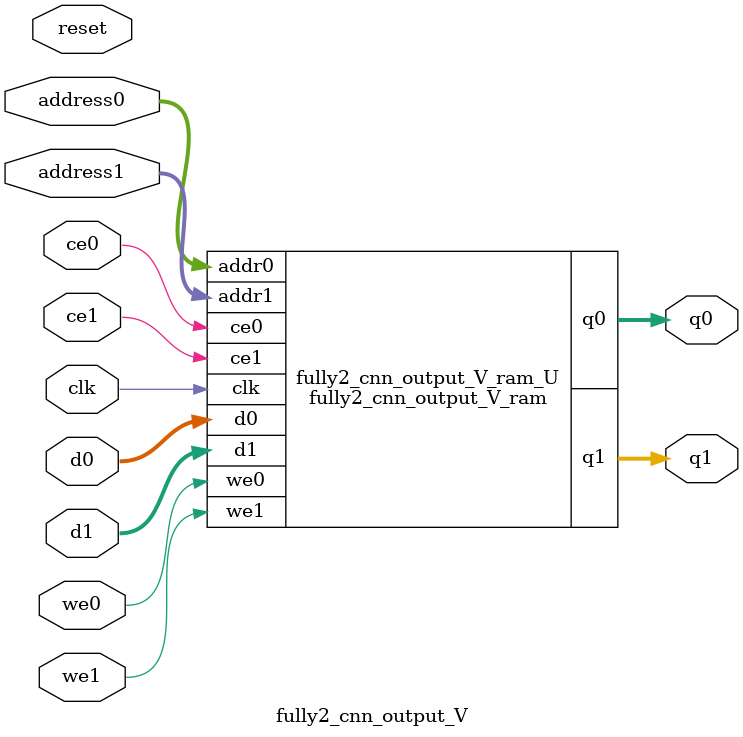
<source format=v>
`timescale 1 ns / 1 ps
module fully2_cnn_output_V_ram (addr0, ce0, d0, we0, q0, addr1, ce1, d1, we1, q1,  clk);

parameter DWIDTH = 32;
parameter AWIDTH = 8;
parameter MEM_SIZE = 200;

input[AWIDTH-1:0] addr0;
input ce0;
input[DWIDTH-1:0] d0;
input we0;
output reg[DWIDTH-1:0] q0;
input[AWIDTH-1:0] addr1;
input ce1;
input[DWIDTH-1:0] d1;
input we1;
output reg[DWIDTH-1:0] q1;
input clk;

reg [DWIDTH-1:0] ram[0:MEM_SIZE-1];




always @(posedge clk)  
begin 
    if (ce0) begin
        if (we0) 
            ram[addr0] <= d0; 
        q0 <= ram[addr0];
    end
end


always @(posedge clk)  
begin 
    if (ce1) begin
        if (we1) 
            ram[addr1] <= d1; 
        q1 <= ram[addr1];
    end
end


endmodule

`timescale 1 ns / 1 ps
module fully2_cnn_output_V(
    reset,
    clk,
    address0,
    ce0,
    we0,
    d0,
    q0,
    address1,
    ce1,
    we1,
    d1,
    q1);

parameter DataWidth = 32'd32;
parameter AddressRange = 32'd200;
parameter AddressWidth = 32'd8;
input reset;
input clk;
input[AddressWidth - 1:0] address0;
input ce0;
input we0;
input[DataWidth - 1:0] d0;
output[DataWidth - 1:0] q0;
input[AddressWidth - 1:0] address1;
input ce1;
input we1;
input[DataWidth - 1:0] d1;
output[DataWidth - 1:0] q1;



fully2_cnn_output_V_ram fully2_cnn_output_V_ram_U(
    .clk( clk ),
    .addr0( address0 ),
    .ce0( ce0 ),
    .we0( we0 ),
    .d0( d0 ),
    .q0( q0 ),
    .addr1( address1 ),
    .ce1( ce1 ),
    .we1( we1 ),
    .d1( d1 ),
    .q1( q1 ));

endmodule


</source>
